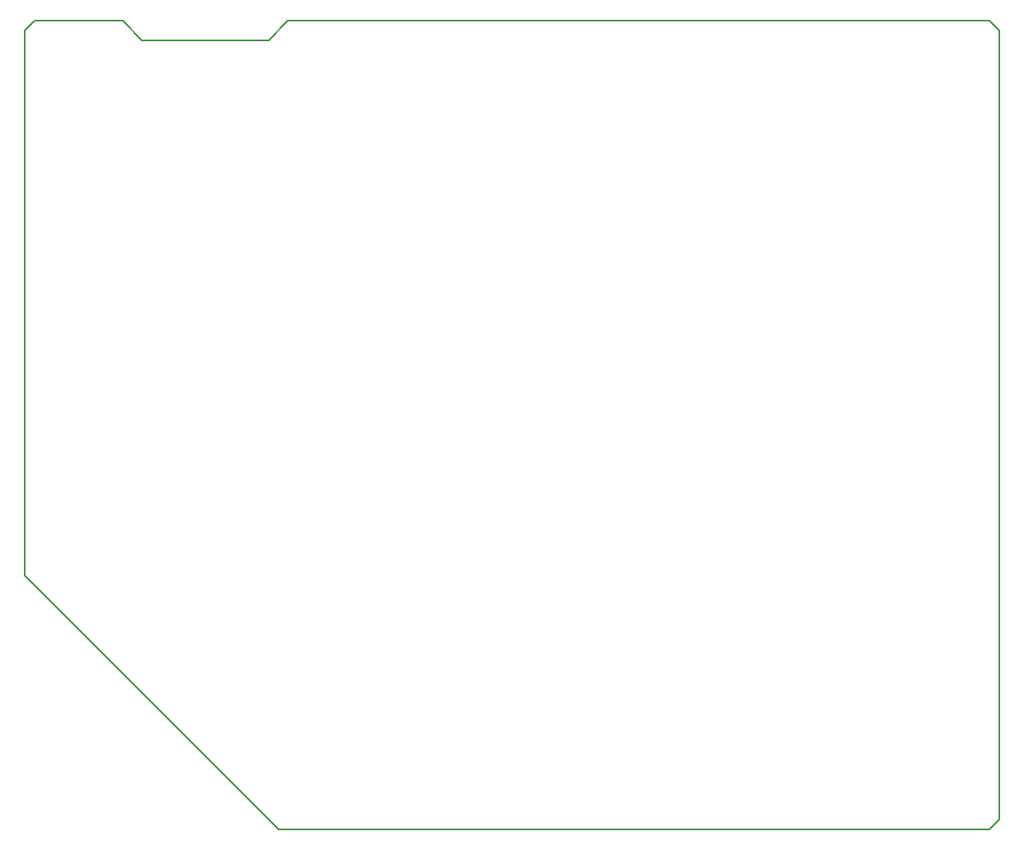
<source format=gbr>
G04 #@! TF.GenerationSoftware,KiCad,Pcbnew,(5.1.2)-2*
G04 #@! TF.CreationDate,2019-07-07T18:04:58+10:00*
G04 #@! TF.ProjectId,Right_Combined_Micro,52696768-745f-4436-9f6d-62696e65645f,rev?*
G04 #@! TF.SameCoordinates,Original*
G04 #@! TF.FileFunction,Profile,NP*
%FSLAX46Y46*%
G04 Gerber Fmt 4.6, Leading zero omitted, Abs format (unit mm)*
G04 Created by KiCad (PCBNEW (5.1.2)-2) date 2019-07-07 18:04:58*
%MOMM*%
%LPD*%
G04 APERTURE LIST*
%ADD10C,0.150000*%
G04 APERTURE END LIST*
D10*
X127000000Y-30000000D02*
X199000000Y-30000000D01*
X125000000Y-32000000D02*
X127000000Y-30000000D01*
X101000000Y-30000000D02*
X110000000Y-30000000D01*
X112000000Y-32000000D02*
X110000000Y-30000000D01*
X112000000Y-32000000D02*
X125000000Y-32000000D01*
X100000000Y-87000000D02*
X126000000Y-113000000D01*
X100000000Y-31000000D02*
X101000000Y-30000000D01*
X100000000Y-87000000D02*
X100000000Y-31000000D01*
X199000000Y-113000000D02*
X126000000Y-113000000D01*
X200000000Y-112000000D02*
X199000000Y-113000000D01*
X199000000Y-30000000D02*
X200000000Y-31000000D01*
X200000000Y-31000000D02*
X200000000Y-112000000D01*
M02*

</source>
